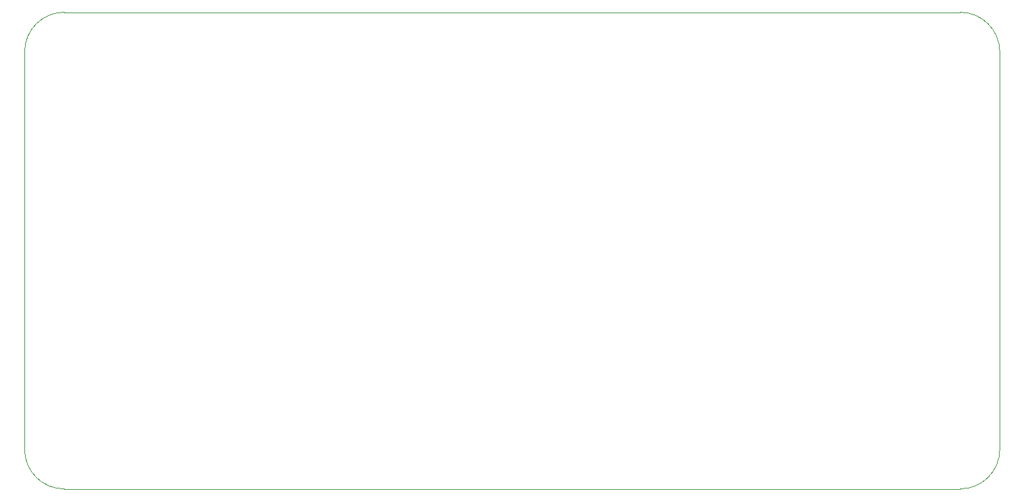
<source format=gbr>
%TF.GenerationSoftware,KiCad,Pcbnew,6.0.11+dfsg-1~bpo11+1*%
%TF.CreationDate,2023-07-11T21:35:56+02:00*%
%TF.ProjectId,main_board,6d61696e-5f62-46f6-9172-642e6b696361,rev?*%
%TF.SameCoordinates,PX3b1adc0PY158f0b0*%
%TF.FileFunction,Profile,NP*%
%FSLAX46Y46*%
G04 Gerber Fmt 4.6, Leading zero omitted, Abs format (unit mm)*
G04 Created by KiCad (PCBNEW 6.0.11+dfsg-1~bpo11+1) date 2023-07-11 21:35:56*
%MOMM*%
%LPD*%
G01*
G04 APERTURE LIST*
%TA.AperFunction,Profile*%
%ADD10C,0.050000*%
%TD*%
G04 APERTURE END LIST*
D10*
X0Y5080000D02*
X115062000Y5080000D01*
X0Y5080000D02*
G75*
G03*
X-5080000Y0I0J-5080000D01*
G01*
X-5080000Y-51054000D02*
G75*
G03*
X0Y-56134000I5080000J0D01*
G01*
X120142000Y0D02*
G75*
G03*
X115062000Y5080000I-5080000J0D01*
G01*
X-5080000Y0D02*
X-5080000Y-51054000D01*
X115062000Y-56134000D02*
G75*
G03*
X120142000Y-51054000I0J5080000D01*
G01*
X120142000Y0D02*
X120142000Y-51054000D01*
X115062000Y-56134000D02*
X0Y-56134000D01*
M02*

</source>
